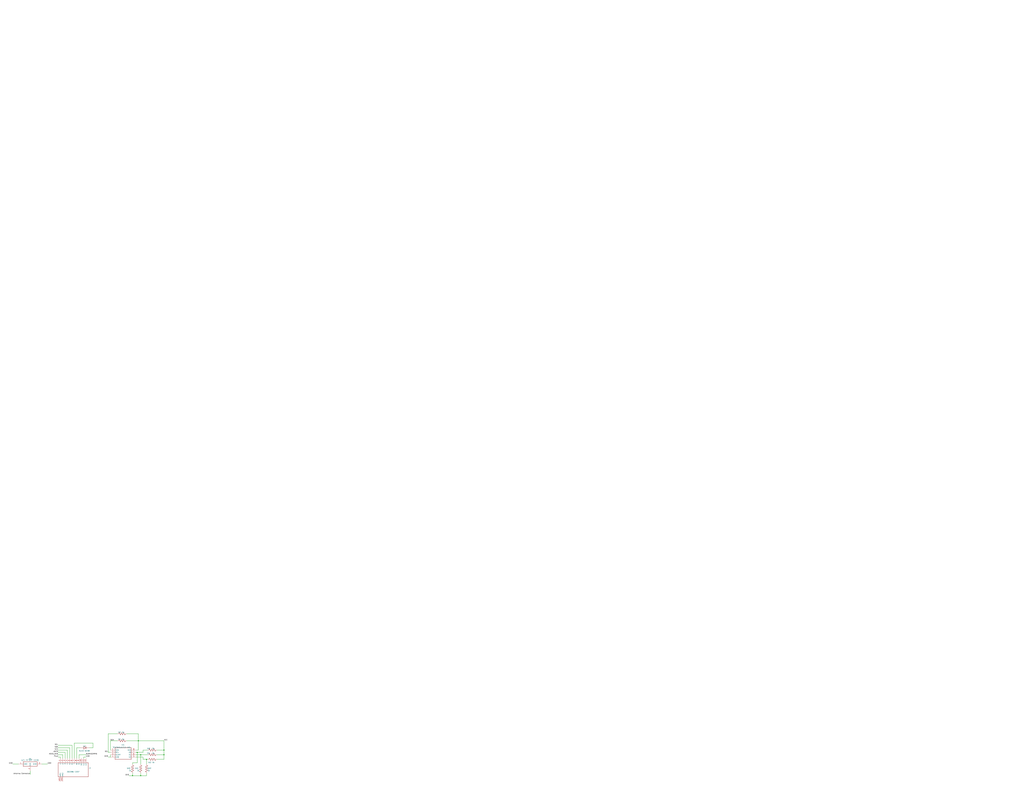
<source format=kicad_sch>
(kicad_sch (version 20211123) (generator eeschema)
  (paper "E")
  (lib_symbols
    (symbol "Lateral_board-altium-import:0_5k"
      (property "Value" "0_5k" (at 0 0 0))
      (symbol "0_5k_1_0"
        (polyline (pts (xy -3.048 1.27) (xy -3.81 0)) (stroke (width 0.254)))
        (polyline (pts (xy -1.778 -1.27) (xy -3.048 1.27)) (stroke (width 0.254)))
        (polyline (pts (xy -0.508 1.27) (xy -1.778 -1.27)) (stroke (width 0.254)))
        (polyline (pts (xy 0.508 -1.27) (xy -0.508 1.27)) (stroke (width 0.254)))
        (polyline (pts (xy 1.778 1.27) (xy 0.508 -1.27)) (stroke (width 0.254)))
        (polyline (pts (xy 3.048 -1.27) (xy 1.778 1.27)) (stroke (width 0.254)))
        (polyline (pts (xy 3.81 0) (xy 3.048 -1.27)) (stroke (width 0.254)))
        (pin passive line (at -5.08 0 0) (length 1.27) (name "1") (number "1"))
        (pin passive line (at 5.08 0 180) (length 1.27) (name "2") (number "2"))
      )
    )
    (symbol "Lateral_board-altium-import:0_SLCD-61N8"
      (property "Value" "0_SLCD-61N8" (at 0 0 0))
      (symbol "0_SLCD-61N8_1_0"
        (polyline (pts (xy 1.27 1.524) (xy 1.27 -1.524)) (stroke (width 0.254)))
        (polyline (pts (xy -1.27 -1.524) (xy 1.27 0) (xy 1.27 0) (xy -1.27 1.524) (xy -1.27 1.524) (xy -1.27 -1.524)) (stroke (width 0.254)))
        (pin passive line (at 5.08 0 180) (length 3.81) (name "1") (number "1"))
        (pin passive line (at -5.08 0 0) (length 3.81) (name "2") (number "2"))
      )
    )
    (symbol "Lateral_board-altium-import:0_TCN75AVUA713-VAO"
      (property "Value" "0_TCN75AVUA713-VAO" (at 0 0 0))
      (symbol "0_TCN75AVUA713-VAO_1_0"
        (polyline (pts (xy -8.7147 6.096) (xy -8.7147 -6.604)) (stroke (width 0.254)))
        (polyline (pts (xy -8.7147 6.096) (xy 9.0653 6.096)) (stroke (width 0.254)))
        (polyline (pts (xy 9.0653 -6.604) (xy -8.7147 -6.604)) (stroke (width 0.254)))
        (polyline (pts (xy 9.0653 -6.604) (xy 9.0653 6.096)) (stroke (width 0.254)))
        (pin passive line (at -13.7159 3.556 0) (length 4.9999) (name "SDA") (number "1"))
        (pin passive line (at -13.7159 1.016 0) (length 4.9999) (name "SCL") (number "2"))
        (pin passive line (at -13.7159 -1.524 0) (length 4.9999) (name "ALERT") (number "3"))
        (pin passive line (at -13.7159 -4.064 0) (length 4.9999) (name "GND") (number "4"))
        (pin passive line (at 14.2239 -4.064 180) (length 4.9999) (name "A2") (number "5"))
        (pin passive line (at 14.2239 -1.524 180) (length 4.9999) (name "A1") (number "6"))
        (pin passive line (at 14.2239 1.016 180) (length 4.9999) (name "A0") (number "7"))
        (pin passive line (at 14.2239 3.556 180) (length 4.9999) (name "VDD") (number "8"))
      )
    )
    (symbol "Lateral_board-altium-import:0_U.FL-R-SMT-1(10)"
      (property "Value" "0_U.FL-R-SMT-1(10)" (at 0 0 0))
      (symbol "0_U.FL-R-SMT-1(10)_1_0"
        (rectangle (start 7.62 5.08) (end -7.62 0) (stroke (width 0.254)))
        (pin passive line (at -12.7 2.54 0) (length 5.08) (name "GND") (number "1"))
        (pin passive line (at 0 -5.08 90) (length 5.08) (name "SIN") (number "2"))
        (pin passive line (at 12.7 2.54 180) (length 5.08) (name "GND") (number "3"))
      )
    )
    (symbol "Lateral_board-altium-import:1_202396-1207"
      (property "Value" "1_202396-1207" (at 0 0 0))
      (symbol "1_202396-1207_1_0"
        (polyline (pts (xy -16.256 -7.2848) (xy -16.256 7.9552)) (stroke (width 0.254)))
        (polyline (pts (xy -16.256 -7.2848) (xy 16.764 -7.2848)) (stroke (width 0.254)))
        (polyline (pts (xy 16.764 7.9552) (xy -16.256 7.9552)) (stroke (width 0.254)))
        (polyline (pts (xy 16.764 7.9552) (xy 16.764 -7.2848)) (stroke (width 0.254)))
        (pin passive line (at -13.716 12.9539 270) (length 4.9999) (name "1") (number "1"))
        (pin passive line (at 9.144 12.9539 270) (length 4.9999) (name "10") (number "10"))
        (pin passive line (at 11.684 12.9539 270) (length 4.9999) (name "11") (number "11"))
        (pin passive line (at 14.224 12.9539 270) (length 4.9999) (name "12") (number "12"))
        (pin passive line (at -11.176 12.9539 270) (length 4.9999) (name "2") (number "2"))
        (pin passive line (at -8.636 12.9539 270) (length 4.9999) (name "3") (number "3"))
        (pin passive line (at -6.096 12.9539 270) (length 4.9999) (name "4") (number "4"))
        (pin passive line (at -3.556 12.9539 270) (length 4.9999) (name "5") (number "5"))
        (pin passive line (at -1.016 12.9539 270) (length 4.9999) (name "6") (number "6"))
        (pin passive line (at 1.524 12.9539 270) (length 4.9999) (name "7") (number "7"))
        (pin passive line (at 4.064 12.9539 270) (length 4.9999) (name "8") (number "8"))
        (pin passive line (at 6.604 12.9539 270) (length 4.9999) (name "9") (number "9"))
        (pin passive line (at -13.716 -12.446 90) (length 4.9999) (name "MP1") (number "MP1"))
        (pin passive line (at -11.176 -12.446 90) (length 4.9999) (name "MP2") (number "MP2"))
      )
    )
    (symbol "Lateral_board-altium-import:1_5k"
      (property "Value" "1_5k" (at 0 0 0))
      (symbol "1_5k_1_0"
        (polyline (pts (xy -1.27 -3.048) (xy 0 -3.81)) (stroke (width 0.254)))
        (polyline (pts (xy -1.27 -0.508) (xy 1.27 -1.778)) (stroke (width 0.254)))
        (polyline (pts (xy -1.27 1.778) (xy 1.27 0.508)) (stroke (width 0.254)))
        (polyline (pts (xy 0 3.81) (xy 1.27 3.048)) (stroke (width 0.254)))
        (polyline (pts (xy 1.27 -1.778) (xy -1.27 -3.048)) (stroke (width 0.254)))
        (polyline (pts (xy 1.27 0.508) (xy -1.27 -0.508)) (stroke (width 0.254)))
        (polyline (pts (xy 1.27 3.048) (xy -1.27 1.778)) (stroke (width 0.254)))
        (pin passive line (at 0 -5.08 90) (length 1.27) (name "1") (number "1"))
        (pin passive line (at 0 5.08 270) (length 1.27) (name "2") (number "2"))
      )
    )
  )
  (junction (at 144.6741 847.09))
  (junction (at 159.9141 829.31))
  (junction (at 151.0241 808.99))
  (junction (at 178.9641 819.15))
  (junction (at 149.7541 821.69))
  (junction (at 178.9641 824.23))
  (junction (at 153.5641 847.09))
  (junction (at 153.5641 824.23))
  (wire (pts (xy 101.4941 816.61) (xy 101.4941 811.53)) (stroke (width 0.254)))
  (wire (pts (xy 171.3441 824.23) (xy 178.9641 824.23)) (stroke (width 0.254)))
  (wire (pts (xy 73.5541 819.15) (xy 73.5541 828.04)) (stroke (width 0.254)))
  (wire (pts (xy 149.7541 833.12) (xy 149.7541 821.69)) (stroke (width 0.254)))
  (wire (pts (xy 153.5641 824.23) (xy 148.4841 824.23)) (stroke (width 0.254)))
  (wire (pts (xy 153.5641 834.39) (xy 153.5641 824.23)) (stroke (width 0.254)))
  (wire (pts (xy 171.3441 819.15) (xy 178.9641 819.15)) (stroke (width 0.254)))
  (wire (pts (xy 156.1041 821.69) (xy 149.7541 821.69)) (stroke (width 0.254)))
  (wire (pts (xy 63.3941 814.07) (xy 78.6341 814.07)) (stroke (width 0.254)))
  (wire (pts (xy 148.4841 819.15) (xy 151.0241 819.15)) (stroke (width 0.254)))
  (wire (pts (xy 159.9141 834.39) (xy 159.9141 829.31)) (stroke (width 0.254)))
  (wire (pts (xy 153.5641 847.09) (xy 159.9141 847.09)) (stroke (width 0.254)))
  (wire (pts (xy 101.4941 811.53) (xy 81.1741 811.53)) (stroke (width 0.254)))
  (wire (pts (xy 178.9641 808.99) (xy 178.9641 819.15)) (stroke (width 0.254)))
  (wire (pts (xy 149.7541 821.69) (xy 148.4841 821.69)) (stroke (width 0.254)))
  (wire (pts (xy 68.4741 824.23) (xy 68.4741 828.04)) (stroke (width 0.254)))
  (wire (pts (xy 93.8741 824.23) (xy 86.2541 824.23)) (stroke (width 0.254)))
  (wire (pts (xy 140.8641 847.09) (xy 144.6741 847.09)) (stroke (width 0.254)))
  (wire (pts (xy 86.2541 824.23) (xy 86.2541 828.04)) (stroke (width 0.254)))
  (wire (pts (xy 120.5441 819.15) (xy 120.5441 808.99)) (stroke (width 0.254)))
  (wire (pts (xy 63.3941 819.15) (xy 73.5541 819.15)) (stroke (width 0.254)))
  (wire (pts (xy 91.3341 826.77) (xy 91.3341 828.04)) (stroke (width 0.254)))
  (wire (pts (xy 138.3241 801.37) (xy 151.0241 801.37)) (stroke (width 0.254)))
  (wire (pts (xy 161.1841 829.31) (xy 159.9141 829.31)) (stroke (width 0.254)))
  (wire (pts (xy 118.0041 801.37) (xy 128.1641 801.37)) (stroke (width 0.254)))
  (wire (pts (xy 151.0241 819.15) (xy 151.0241 808.99)) (stroke (width 0.254)))
  (wire (pts (xy 144.6741 847.09) (xy 153.5641 847.09)) (stroke (width 0.254)))
  (wire (pts (xy 120.5441 826.77) (xy 118.0041 826.77)) (stroke (width 0.254)))
  (wire (pts (xy 63.3941 824.23) (xy 68.4741 824.23)) (stroke (width 0.254)))
  (wire (pts (xy 159.9141 847.09) (xy 159.9141 844.55)) (stroke (width 0.254)))
  (wire (pts (xy 138.3241 808.99) (xy 151.0241 808.99)) (stroke (width 0.254)))
  (wire (pts (xy 156.1041 826.77) (xy 148.4841 826.77)) (stroke (width 0.254)))
  (wire (pts (xy 159.9141 829.31) (xy 156.1041 829.31)) (stroke (width 0.254)))
  (wire (pts (xy 153.5641 844.55) (xy 153.5641 847.09)) (stroke (width 0.254)))
  (wire (pts (xy 156.1041 819.15) (xy 156.1041 821.69)) (stroke (width 0.254)))
  (wire (pts (xy 120.5441 808.99) (xy 128.1641 808.99)) (stroke (width 0.254)))
  (wire (pts (xy 120.5441 821.69) (xy 118.0041 821.69)) (stroke (width 0.254)))
  (wire (pts (xy 65.9341 826.77) (xy 65.9341 828.04)) (stroke (width 0.254)))
  (wire (pts (xy 32.9141 845.82) (xy 32.9141 842.01)) (stroke (width 0.254)))
  (wire (pts (xy 97.6841 816.61) (xy 101.4941 816.61)) (stroke (width 0.254)))
  (wire (pts (xy 76.0941 816.61) (xy 76.0941 828.04)) (stroke (width 0.254)))
  (wire (pts (xy 178.9641 824.23) (xy 178.9641 829.31)) (stroke (width 0.254)))
  (wire (pts (xy 78.6341 814.07) (xy 78.6341 828.04)) (stroke (width 0.254)))
  (wire (pts (xy 151.0241 808.99) (xy 151.0241 801.37)) (stroke (width 0.254)))
  (wire (pts (xy 13.8641 834.39) (xy 20.2141 834.39)) (stroke (width 0.254)))
  (wire (pts (xy 156.1041 829.31) (xy 156.1041 826.77)) (stroke (width 0.254)))
  (wire (pts (xy 51.9641 834.39) (xy 45.6141 834.39)) (stroke (width 0.254)))
  (wire (pts (xy 144.6741 844.55) (xy 144.6741 847.09)) (stroke (width 0.254)))
  (wire (pts (xy 144.6741 833.12) (xy 149.7541 833.12)) (stroke (width 0.254)))
  (wire (pts (xy 144.6741 834.39) (xy 144.6741 833.12)) (stroke (width 0.254)))
  (wire (pts (xy 71.0141 821.69) (xy 71.0141 828.04)) (stroke (width 0.254)))
  (wire (pts (xy 178.9641 819.15) (xy 178.9641 824.23)) (stroke (width 0.254)))
  (wire (pts (xy 63.3941 821.69) (xy 71.0141 821.69)) (stroke (width 0.254)))
  (wire (pts (xy 63.3941 826.77) (xy 65.9341 826.77)) (stroke (width 0.254)))
  (wire (pts (xy 161.1841 819.15) (xy 156.1041 819.15)) (stroke (width 0.254)))
  (wire (pts (xy 87.5241 816.61) (xy 83.7141 816.61)) (stroke (width 0.254)))
  (wire (pts (xy 151.0241 808.99) (xy 178.9641 808.99)) (stroke (width 0.254)))
  (wire (pts (xy 178.9641 829.31) (xy 171.3441 829.31)) (stroke (width 0.254)))
  (wire (pts (xy 118.0041 821.69) (xy 118.0041 801.37)) (stroke (width 0.254)))
  (wire (pts (xy 93.8741 826.77) (xy 91.3341 826.77)) (stroke (width 0.254)))
  (wire (pts (xy 81.1741 811.53) (xy 81.1741 828.04)) (stroke (width 0.254)))
  (wire (pts (xy 63.3941 816.61) (xy 76.0941 816.61)) (stroke (width 0.254)))
  (wire (pts (xy 161.1841 824.23) (xy 153.5641 824.23)) (stroke (width 0.254)))
  (wire (pts (xy 120.5441 824.23) (xy 120.5441 826.77)) (stroke (width 0.254)))
  (wire (pts (xy 83.7141 816.61) (xy 83.7141 828.04)) (stroke (width 0.254)))
  (label "SDA" (at 120.5441 808.99 0))
  (label "ADCS" (at 63.3941 821.69 180))
  (label "GND" (at 140.8641 847.09 180))
  (label "GND" (at 13.8641 834.39 180))
  (label "GND" (at 118.0041 826.77 180))
  (label "Pout" (at 63.3941 826.77 180))
  (label "GND" (at 93.8741 826.77 0))
  (label "Antenna Connector" (at 32.9141 845.82 180))
  (label "SCL" (at 118.0041 821.69 180))
  (label "SDA" (at 63.3941 816.61 180))
  (label "BURNCOMMS" (at 93.8741 824.23 0))
  (label "VCC" (at 178.9641 808.99 0))
  (label "GND" (at 51.9641 834.39 0))
  (label "ADCS_GND" (at 63.3941 824.23 180))
  (label "SCL" (at 63.3941 814.07 180))
  (label "VCC" (at 63.3941 819.15 180))
  (symbol (lib_id "Lateral_board-altium-import:0_5k") (at 133.2441 808.99 0) (unit 1)
    (property "Reference" "R1" (at 129.1886 808.0155 0) (effects (justify left bottom)))
    (property "Value" "5k" (at 133.262 808.0164 0) (effects (justify left bottom)))
    (property "Footprint" "R0805" (effects hide))
    (property "NAMEALIAS" "Value(Ω)" (effects hide))
    (property "BOM_SUPPLIER PART" "71-CRCW0805J-5K" (effects hide))
    (property "BOM_SUPPLIER" "Mouser" (effects hide))
    (property "CONTRIBUTOR" "LCEDA_Lib" (effects hide))
    (property "SPICEPRE" "R" (effects hide))
    (property "SPICESYMBOLNAME" "R_0603_US" (effects hide))
    (property "BOM_MANUFACTURER PART" "CRCW08055K00JNTA" (effects hide))
    (property "BOM_MANUFACTURER" "Vishay / Dale" (effects hide))
    (property "BOM_LINK" "https://www.mouser.es/ProductDetail/Vishay-Dale/CRCW08055K00JNTA?qs=%2Fha2pyFadui6t5gBae62ocFJ46SNue422n5luvT1xmc7fnXInubqKA%3D%3D" (effects hide))
  )
  (symbol (lib_id "Lateral_board-altium-import:1_5k") (at 153.5641 839.47 0) (unit 1)
    (property "Reference" "GA1" (at 147.3814 839.7675 0) (effects (justify left bottom)))
    (property "Value" "5k" (at 149.772 842.3064 0) (effects (justify left bottom)))
    (property "Footprint" "R0805" (effects hide))
    (property "NAMEALIAS" "Value(Ω)" (effects hide))
    (property "BOM_SUPPLIER PART" "71-CRCW0805J-5K" (effects hide))
    (property "BOM_SUPPLIER" "Mouser" (effects hide))
    (property "CONTRIBUTOR" "LCEDA_Lib" (effects hide))
    (property "SPICEPRE" "R" (effects hide))
    (property "SPICESYMBOLNAME" "R_0603_US" (effects hide))
    (property "BOM_MANUFACTURER PART" "CRCW08055K00JNTA" (effects hide))
    (property "BOM_MANUFACTURER" "Vishay / Dale" (effects hide))
    (property "BOM_LINK" "https://www.mouser.es/ProductDetail/Vishay-Dale/CRCW08055K00JNTA?qs=%2Fha2pyFadui6t5gBae62ocFJ46SNue422n5luvT1xmc7fnXInubqKA%3D%3D" (effects hide))
  )
  (symbol (lib_id "Lateral_board-altium-import:0_SLCD-61N8") (at 92.6041 816.61 0) (unit 1)
    (property "Reference" "D7" (at 91.0881 815.6364 0) (effects (justify left bottom)))
    (property "Value" "SLCD-61N8" (at 86.2125 820.7164 0) (effects (justify left bottom)))
    (property "Footprint" "SOD-123_L2.8-W1.8-LS3.7-RD" (effects hide))
    (property "BOM_SUPPLIER PART" "C328592" (effects hide))
    (property "BOM_MANUFACTURER" "BLUE ROCKET" (effects hide))
    (property "BOM_MANUFACTURER PART" "1N4007W" (effects hide))
    (property "CONTRIBUTOR" "Blothr" (effects hide))
    (property "SPICEPRE" "D" (effects hide))
    (property "SPICESYMBOLNAME" "SLCD-61N8" (effects hide))
  )
  (symbol (lib_id "Lateral_board-altium-import:0_5k") (at 166.2641 824.23 0) (unit 1)
    (property "Reference" "VA1" (at 160.3016 823.2476 0) (effects (justify left bottom)))
    (property "Value" "5k" (at 166.282 823.2484 0) (effects (justify left bottom)))
    (property "Footprint" "R0805" (effects hide))
    (property "NAMEALIAS" "Value(Ω)" (effects hide))
    (property "BOM_SUPPLIER PART" "71-CRCW0805J-5K" (effects hide))
    (property "BOM_SUPPLIER" "Mouser" (effects hide))
    (property "CONTRIBUTOR" "LCEDA_Lib" (effects hide))
    (property "SPICEPRE" "R" (effects hide))
    (property "SPICESYMBOLNAME" "R_0603_US" (effects hide))
    (property "BOM_MANUFACTURER PART" "CRCW08055K00JNTA" (effects hide))
    (property "BOM_MANUFACTURER" "Vishay / Dale" (effects hide))
    (property "BOM_LINK" "https://www.mouser.es/ProductDetail/Vishay-Dale/CRCW08055K00JNTA?qs=%2Fha2pyFadui6t5gBae62ocFJ46SNue422n5luvT1xmc7fnXInubqKA%3D%3D" (effects hide))
  )
  (symbol (lib_id "Lateral_board-altium-import:0_U.FL-R-SMT-1(10)") (at 32.9141 836.93 0) (unit 1)
    (property "Reference" "JP1" (at 30.8722 829.6262 0) (effects (justify left bottom)))
    (property "Value" "U.FL-R-SMT-1(10)" (at 23.1014 830.8565 0) (effects (justify left bottom)))
    (property "Footprint" "ANT-SMD_UFL-R-SMT-1-10" (effects hide))
    (property "BOM_SUPPLIER" "LCSC" (effects hide))
    (property "BOM_MANUFACTURER" "HRS" (effects hide))
    (property "BOM_MANUFACTURER PART" "U.FL-R-SMT-1(10)" (effects hide))
    (property "BOM_SUPPLIER PART" "C88373" (effects hide))
    (property "JLCPCB PART CLASS" "Extended Part" (effects hide))
    (property "BOM_JLCPCB PART CLASS" "Extended Part" (effects hide))
    (property "SPICEPRE" "J" (effects hide))
    (property "SPICESYMBOLNAME" "U.FL-R-SMT-1(10)" (effects hide))
  )
  (symbol (lib_id "Lateral_board-altium-import:1_5k") (at 159.9141 839.47 0) (unit 1)
    (property "Reference" "GA2" (at 161.3514 839.7675 0) (effects (justify left bottom)))
    (property "Value" "5k" (at 161.202 842.3064 0) (effects (justify left bottom)))
    (property "Footprint" "R0805" (effects hide))
    (property "NAMEALIAS" "Value(Ω)" (effects hide))
    (property "BOM_SUPPLIER PART" "71-CRCW0805J-5K" (effects hide))
    (property "BOM_SUPPLIER" "Mouser" (effects hide))
    (property "CONTRIBUTOR" "LCEDA_Lib" (effects hide))
    (property "SPICEPRE" "R" (effects hide))
    (property "SPICESYMBOLNAME" "R_0603_US" (effects hide))
    (property "BOM_MANUFACTURER PART" "CRCW08055K00JNTA" (effects hide))
    (property "BOM_MANUFACTURER" "Vishay / Dale" (effects hide))
    (property "BOM_LINK" "https://www.mouser.es/ProductDetail/Vishay-Dale/CRCW08055K00JNTA?qs=%2Fha2pyFadui6t5gBae62ocFJ46SNue422n5luvT1xmc7fnXInubqKA%3D%3D" (effects hide))
  )
  (symbol (lib_id "Lateral_board-altium-import:0_5k") (at 133.2441 801.37 0) (unit 1)
    (property "Reference" "R2" (at 129.1886 800.3955 0) (effects (justify left bottom)))
    (property "Value" "5k" (at 133.262 800.3964 0) (effects (justify left bottom)))
    (property "Footprint" "R0805" (effects hide))
    (property "NAMEALIAS" "Value(Ω)" (effects hide))
    (property "BOM_SUPPLIER PART" "71-CRCW0805J-5K" (effects hide))
    (property "BOM_SUPPLIER" "Mouser" (effects hide))
    (property "CONTRIBUTOR" "LCEDA_Lib" (effects hide))
    (property "SPICEPRE" "R" (effects hide))
    (property "SPICESYMBOLNAME" "R_0603_US" (effects hide))
    (property "BOM_MANUFACTURER PART" "CRCW08055K00JNTA" (effects hide))
    (property "BOM_MANUFACTURER" "Vishay / Dale" (effects hide))
    (property "BOM_LINK" "https://www.mouser.es/ProductDetail/Vishay-Dale/CRCW08055K00JNTA?qs=%2Fha2pyFadui6t5gBae62ocFJ46SNue422n5luvT1xmc7fnXInubqKA%3D%3D" (effects hide))
  )
  (symbol (lib_id "Lateral_board-altium-import:0_5k") (at 166.2641 829.31 0) (unit 1)
    (property "Reference" "VA2" (at 161.5716 833.4155 0) (effects (justify left bottom)))
    (property "Value" "5k" (at 166.282 833.4164 0) (effects (justify left bottom)))
    (property "Footprint" "R0805" (effects hide))
    (property "NAMEALIAS" "Value(Ω)" (effects hide))
    (property "BOM_SUPPLIER PART" "71-CRCW0805J-5K" (effects hide))
    (property "BOM_SUPPLIER" "Mouser" (effects hide))
    (property "CONTRIBUTOR" "LCEDA_Lib" (effects hide))
    (property "SPICEPRE" "R" (effects hide))
    (property "SPICESYMBOLNAME" "R_0603_US" (effects hide))
    (property "BOM_MANUFACTURER PART" "CRCW08055K00JNTA" (effects hide))
    (property "BOM_MANUFACTURER" "Vishay / Dale" (effects hide))
    (property "BOM_LINK" "https://www.mouser.es/ProductDetail/Vishay-Dale/CRCW08055K00JNTA?qs=%2Fha2pyFadui6t5gBae62ocFJ46SNue422n5luvT1xmc7fnXInubqKA%3D%3D" (effects hide))
  )
  (symbol (lib_id "Lateral_board-altium-import:0_5k") (at 166.2641 819.15 0) (unit 1)
    (property "Reference" "VA0" (at 160.3016 818.1676 0) (effects (justify left bottom)))
    (property "Value" "5k" (at 166.282 818.1684 0) (effects (justify left bottom)))
    (property "Footprint" "R0805" (effects hide))
    (property "NAMEALIAS" "Value(Ω)" (effects hide))
    (property "BOM_SUPPLIER PART" "71-CRCW0805J-5K" (effects hide))
    (property "BOM_SUPPLIER" "Mouser" (effects hide))
    (property "CONTRIBUTOR" "LCEDA_Lib" (effects hide))
    (property "SPICEPRE" "R" (effects hide))
    (property "SPICESYMBOLNAME" "R_0603_US" (effects hide))
    (property "BOM_MANUFACTURER PART" "CRCW08055K00JNTA" (effects hide))
    (property "BOM_MANUFACTURER" "Vishay / Dale" (effects hide))
    (property "BOM_LINK" "https://www.mouser.es/ProductDetail/Vishay-Dale/CRCW08055K00JNTA?qs=%2Fha2pyFadui6t5gBae62ocFJ46SNue422n5luvT1xmc7fnXInubqKA%3D%3D" (effects hide))
  )
  (symbol (lib_id "Lateral_board-altium-import:0_TCN75AVUA713-VAO") (at 134.2601 822.706 0) (unit 1)
    (property "Reference" "IC1" (at 132.6706 814.2434 0) (effects (justify left bottom)))
    (property "Value" "TCN75AVUA713-VAO" (at 122.8321 816.9064 0) (effects (justify left bottom)))
    (property "Footprint" "SOP65P490X110-8N" (effects hide))
    (property "SPICEPRE" "I" (effects hide))
    (property "SPICESYMBOLNAME" "TCN75AVUA713-VAO" (effects hide))
  )
  (symbol (lib_id "Lateral_board-altium-import:1_202396-1207") (at 79.6501 840.994 0) (unit 1)
    (property "Reference" "J1" (at 96.9241 839.4514 0) (effects (justify left bottom)))
    (property "Value" "202396-1207" (at 72.9171 843.5565 0) (effects (justify left bottom)))
    (property "Footprint" "2023961207" (effects hide))
    (property "CONTRIBUTOR" "tomact" (effects hide))
    (property "SPICEPRE" "J" (effects hide))
    (property "SPICESYMBOLNAME" "202396-1207" (effects hide))
  )
  (symbol (lib_id "Lateral_board-altium-import:1_5k") (at 144.6741 839.47 0) (unit 1)
    (property "Reference" "GA0" (at 138.4914 839.7576 0) (effects (justify left bottom)))
    (property "Value" "5k" (at 140.882 842.2984 0) (effects (justify left bottom)))
    (property "Footprint" "R0805" (effects hide))
    (property "NAMEALIAS" "Value(Ω)" (effects hide))
    (property "BOM_SUPPLIER PART" "71-CRCW0805J-5K" (effects hide))
    (property "BOM_SUPPLIER" "Mouser" (effects hide))
    (property "CONTRIBUTOR" "LCEDA_Lib" (effects hide))
    (property "SPICEPRE" "R" (effects hide))
    (property "SPICESYMBOLNAME" "R_0603_US" (effects hide))
    (property "BOM_MANUFACTURER PART" "CRCW08055K00JNTA" (effects hide))
    (property "BOM_MANUFACTURER" "Vishay / Dale" (effects hide))
    (property "BOM_LINK" "https://www.mouser.es/ProductDetail/Vishay-Dale/CRCW08055K00JNTA?qs=%2Fha2pyFadui6t5gBae62ocFJ46SNue422n5luvT1xmc7fnXInubqKA%3D%3D" (effects hide))
  )
)
</source>
